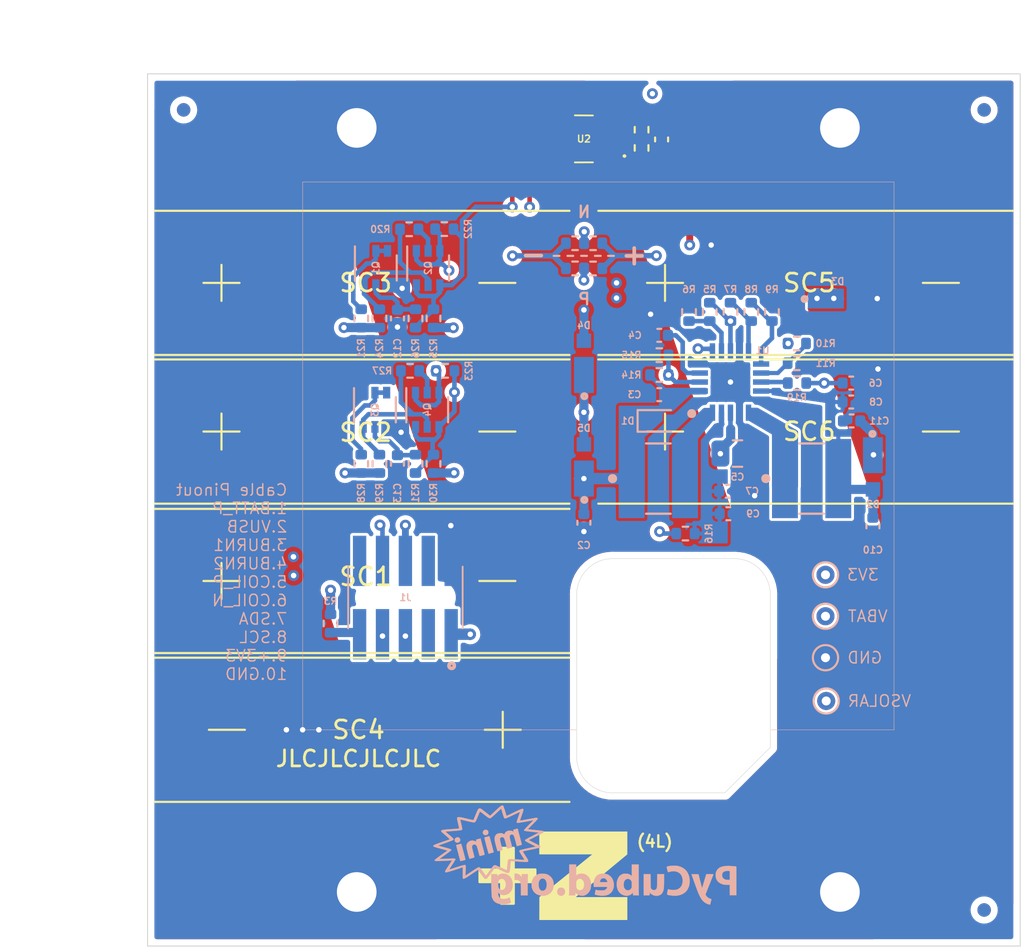
<source format=kicad_pcb>
(kicad_pcb (version 20211014) (generator pcbnew)
  (layers (0 "F.Cu" signal "Top") (1 "In1.Cu" signal) (2 "In2.Cu" signal) (31 "B.Cu" signal "Bottom") (34 "B.Paste" user) (35 "F.Paste" user) (36 "B.SilkS" user "B.Silkscreen") (37 "F.SilkS" user "F.Silkscreen") (38 "B.Mask" user) (39 "F.Mask" user) (44 "Edge.Cuts" user))
  (net 0 "")
  (net 1 "GND")
  (net 2 "+3V3")
  (net 3 "Net-(C7-Pad1)")
  (net 4 "Net-(L1-Pad2)")
  (net 5 "VOUT_EN")
  (net 6 "VSOLAR")
  (net 7 "VBAT_OK")
  (net 8 "VUSB")
  (net 9 "BATT_P")
  (net 10 "COIL_N")
  (net 11 "COIL_P")
  (net 12 "Net-(C4-Pad1)")
  (net 13 "Net-(C10-Pad1)")
  (net 14 "Net-(L2-Pad1)")
  (net 15 "Net-(R10-Pad2)")
  (net 16 "Net-(R5-Pad1)")
  (net 17 "Net-(R7-Pad1)")
  (net 18 "Net-(R8-Pad1)")
  (net 19 "Net-(R10-Pad1)")
  (net 20 "Net-(R14-Pad1)")
  (net 21 "Net-(C12-Pad1)")
  (net 22 "/coil")
  (net 23 "/VSOLAR_FULL")
  (net 24 "BURN1")
  (net 25 "Net-(C13-Pad1)")
  (net 26 "Net-(D3-Pad1)")
  (net 27 "SDA2")
  (net 28 "SCL2")
  (net 29 "BURN2")
  (net 30 "Net-(Q1-Pad2)")
  (net 31 "Net-(Q1-Pad6)")
  (net 32 "Net-(Q2-Pad2)")
  (net 33 "SCL_LS")
  (net 34 "Net-(Q3-Pad2)")
  (net 35 "Net-(Q3-Pad6)")
  (net 36 "Net-(Q4-Pad2)")
  (net 37 "SDA_LS")
  (net 38 "Net-(R1-Pad1)")
  (net 40 "VBAT")
  (footprint "solarpanels:KXOB25-05X3F" (layer "F.Cu") (at 83.9 70.440982)
    (fp_text reference "SC1")
    (fp_text value "SolarCell_Small")
  )
  (footprint "solarpanels:KXOB25-05X3F" (layer "F.Cu") (at 83.9 62.149995)
    (fp_text reference "SC2")
    (fp_text value "SolarCell_Small")
  )
  (footprint "solarpanels:KXOB25-05X3F" (layer "F.Cu") (at 83.9 53.9)
    (fp_text reference "SC3")
    (fp_text value "SolarCell_Small")
  )
  (footprint "solarpanels:KXOB25-05X3F" (layer "F.Cu") (at 108.5 53.9)
    (fp_text reference "SC5")
    (fp_text value "SolarCell_Small")
  )
  (footprint "solarpanels:KXOB25-05X3F" (layer "F.Cu") (at 108.5 62.149996)
    (fp_text reference "SC6")
    (fp_text value "SolarCell_Small")
  )
  (footprint "Capacitor_SMD:C_0402_1005Metric" (layer "F.Cu") (at 111.01 45.94 -90)
    (fp_text reference "C1" hide)
    (fp_text value "1uF")
  )
  (footprint "Resistor_SMD:R_0402_1005Metric" (layer "F.Cu") (at 109.9 46.41 -90)
    (fp_text reference "R1" hide)
    (fp_text value "0")
  )
  (footprint "solarpanels:TSL2561" (layer "F.Cu") (at 106.7 45.91 180)
    (fp_text reference "U2")
    (fp_text value "TSL2561" hide)
  )
  (footprint "Resistor_SMD:R_0402_1005Metric" (layer "F.Cu") (at 109.9 45.4 -90)
    (fp_text reference "R2" hide)
    (fp_text value "0")
  )
  (footprint "Fiducial:Fiducial_0.75mm_Mask1.5mm" (layer "F.Cu") (at 128.9 88.7)
    (fp_text reference "REF**" hide)
    (fp_text value "Fiducial_0.75mm_Mask1.5mm")
  )
  (footprint "Fiducial:Fiducial_0.75mm_Mask1.5mm" (layer "F.Cu") (at 84.5 44.3)
    (fp_text reference "REF**" hide)
    (fp_text value "Fiducial_0.75mm_Mask1.5mm")
  )
  (footprint "Fiducial:Fiducial_0.75mm_Mask1.5mm" (layer "F.Cu") (at 128.9 44.3)
    (fp_text reference "REF**" hide)
    (fp_text value "Fiducial_0.75mm_Mask1.5mm")
  )
  (footprint "custom-footprints:ypanel" (layer "F.Cu") (at 106.010401 86.552858)
    (fp_text reference "Ref**" hide)
    (fp_text value "Val**" hide)
  )
  (footprint "solarpanels:KXOB25-05X3F" (layer "F.Cu") (at 104.9 78.7 180)
    (fp_text reference "SC4")
    (fp_text value "SolarCell_Small")
  )
  (footprint "Capacitor_SMD:C_0805_2012Metric" (layer "B.Cu") (at 115.22 63.37)
    (fp_text reference "C5")
    (fp_text value "100uF")
  )
  (footprint "Capacitor_SMD:C_0402_1005Metric" (layer "B.Cu") (at 114.71189 66.71)
    (fp_text reference "C9")
    (fp_text value "0.1uF")
  )
  (footprint "Capacitor_SMD:C_0402_1005Metric" (layer "B.Cu") (at 121.52924 60.51)
    (fp_text reference "C8")
    (fp_text value "22uF")
  )
  (footprint "Capacitor_SMD:C_0402_1005Metric" (layer "B.Cu") (at 121.52924 59.46)
    (fp_text reference "C6")
    (fp_text value "1uF")
  )
  (footprint "Capacitor_SMD:C_0402_1005Metric" (layer "B.Cu") (at 110.88079 56.81 180)
    (fp_text reference "C4")
    (fp_text value "10nF")
  )
  (footprint "solarpanels:LPS4018" (layer "B.Cu") (at 119.33079 64.76)
    (fp_text reference "L2" hide)
    (fp_text value "10uH-LPS4018-103MR" hide)
  )
  (footprint "Resistor_SMD:R_0402_1005Metric" (layer "B.Cu") (at 110.88079 57.91)
    (fp_text reference "R15")
    (fp_text value "0")
  )
  (footprint "Resistor_SMD:R_0402_1005Metric" (layer "B.Cu") (at 117.13079 55.51 -90)
    (fp_text reference "R9")
    (fp_text value "4.53M")
  )
  (footprint "Resistor_SMD:R_0402_1005Metric" (layer "B.Cu") (at 118.51034 58.358556 180)
    (fp_text reference "R11")
    (fp_text value "4.75M")
  )
  (footprint "Resistor_SMD:R_0402_1005Metric" (layer "B.Cu") (at 114.83079 55.51 -90)
    (fp_text reference "R7")
    (fp_text value "374K")
  )
  (footprint "Resistor_SMD:R_0402_1005Metric" (layer "B.Cu") (at 118.52034 59.458556)
    (fp_text reference "R19")
    (fp_text value "0")
  )
  (footprint "Resistor_SMD:R_0402_1005Metric" (layer "B.Cu") (at 115.98079 55.51 -90)
    (fp_text reference "R8")
    (fp_text value "8.25M")
  )
  (footprint "Resistor_SMD:R_0402_1005Metric" (layer "B.Cu") (at 110.88079 59.01 180)
    (fp_text reference "R14")
    (fp_text value "0")
  )
  (footprint "Resistor_SMD:R_0402_1005Metric" (layer "B.Cu") (at 118.51034 57.258556 180)
    (fp_text reference "R10")
    (fp_text value "8.25M")
  )
  (footprint "solarpanels:QFN50P350X350X100-21N-D" (layer "B.Cu") (at 114.830005 59.402156)
    (fp_text reference "U1")
    (fp_text value "BQ25570RGRR" hide)
  )
  (footprint "solarpanels:LPS4018" (layer "B.Cu") (at 110.82924 64.76)
    (fp_text reference "L1" hide)
    (fp_text value "22uH-LPS4018-223MR" hide)
  )
  (footprint "Resistor_SMD:R_0402_1005Metric" (layer "B.Cu") (at 112.33079 67.81 180)
    (fp_text reference "R16")
    (fp_text value "0")
  )
  (footprint "Resistor_SMD:R_0402_1005Metric" (layer "B.Cu") (at 113.68079 55.51 90)
    (fp_text reference "R5")
    (fp_text value "7.32M")
  )
  (footprint "Capacitor_SMD:C_0402_1005Metric" (layer "B.Cu") (at 114.68079 65.46)
    (fp_text reference "C7")
    (fp_text value "4.7uF")
  )
  (footprint "solarpanels:MICROSMP" (layer "B.Cu") (at 122.73079 64.11 -90)
    (fp_text reference "D2")
    (fp_text value "MSS1P4-M3_89A" hide)
  )
  (footprint "Resistor_SMD:R_0402_1005Metric" (layer "B.Cu") (at 112.53079 55.51 -90)
    (fp_text reference "R6")
    (fp_text value "5.62M")
  )
  (footprint "Capacitor_SMD:C_0402_1005Metric" (layer "B.Cu") (at 106.7 67.21 -90)
    (fp_text reference "C2")
    (fp_text value "0.1uF")
  )
  (footprint "Capacitor_SMD:C_0402_1005Metric" (layer "B.Cu") (at 110.88079 60.1007 180)
    (fp_text reference "C3")
    (fp_text value "4.7uF")
  )
  (footprint "TestPoint:TestPoint_THTPad_D1.0mm_Drill0.5mm" (layer "B.Cu") (at 120.1 74.7 180)
    (fp_text reference "TP2" hide)
    (fp_text value "TP")
  )
  (footprint "TestPoint:TestPoint_THTPad_D1.0mm_Drill0.5mm" (layer "B.Cu") (at 120.1 70.1)
    (fp_text reference "TP3" hide)
    (fp_text value "TP")
  )
  (footprint "TestPoint:TestPoint_THTPad_D1.0mm_Drill0.5mm" (layer "B.Cu") (at 120.1 72.4)
    (fp_text reference "TP4" hide)
    (fp_text value "TP")
  )
  (footprint "TestPoint:TestPoint_THTPad_D1.0mm_Drill0.5mm" (layer "B.Cu") (at 120.14 77.1 180)
    (fp_text reference "TP1" hide)
    (fp_text value "TP")
  )
  (footprint "Resistor_SMD:R_0402_1005Metric" (layer "B.Cu") (at 106.21 51.7)
    (fp_text reference "R18" hide)
    (fp_text value "0")
  )
  (footprint "Resistor_SMD:R_0402_1005Metric" (layer "B.Cu") (at 107.21 51.7)
    (fp_text reference "R17" hide)
    (fp_text value "0")
  )
  (footprint "Resistor_SMD:R_0402_1005Metric" (layer "B.Cu") (at 107.21 53.1)
    (fp_text reference "R12" hide)
    (fp_text value "0")
  )
  (footprint "Resistor_SMD:R_0402_1005Metric" (layer "B.Cu") (at 106.21 53.097)
    (fp_text reference "R13" hide)
    (fp_text value "0")
  )
  (footprint "Fiducial:Fiducial_0.75mm_Mask1.5mm" (layer "B.Cu") (at 128.9 44.3)
    (fp_text reference "REF**" hide)
    (fp_text value "Fiducial_0.75mm_Mask1.5mm")
  )
  (footprint "Fiducial:Fiducial_0.75mm_Mask1.5mm" (layer "B.Cu") (at 84.5 44.3)
    (fp_text reference "REF**" hide)
    (fp_text value "Fiducial_0.75mm_Mask1.5mm")
  )
  (footprint "Fiducial:Fiducial_0.75mm_Mask1.5mm" (layer "B.Cu") (at 128.9 88.7)
    (fp_text reference "REF**" hide)
    (fp_text value "Fiducial_0.75mm_Mask1.5mm")
  )
  (footprint "Diode_SMD:D_SOD-523" (layer "B.Cu") (at 110.82924 61.56)
    (fp_text reference "D1")
    (fp_text value "SZMM5Z5V1T1G")
  )
  (footprint "Resistor_SMD:R_0402_1005Metric" (layer "B.Cu") (at 94.35 55.873911 90)
    (fp_text reference "R21")
    (fp_text value "100K")
  )
  (footprint "Resistor_SMD:R_0402_1005Metric" (layer "B.Cu") (at 97.06 58.78 180)
    (fp_text reference "R27")
    (fp_text value "680")
  )
  (footprint "solarpanels:MICROSMP" (layer "B.Cu") (at 106.7 64.11 90)
    (fp_text reference "D5")
    (fp_text value "MSS1P4-M3_89A" hide)
  )
  (footprint "solarpanels:MICROSMP" (layer "B.Cu") (at 120.77 54.77)
    (fp_text reference "D3")
    (fp_text value "MSS1P4-M3_89A" hide)
  )
  (footprint "Capacitor_SMD:C_0402_1005Metric" (layer "B.Cu") (at 121.54924 61.56 180)
    (fp_text reference "C11")
    (fp_text value "0.1uF")
  )
  (footprint "Resistor_SMD:R_0402_1005Metric" (layer "B.Cu") (at 97.01 50.923911 180)
    (fp_text reference "R20")
    (fp_text value "680")
  )
  (footprint "MountingHole:MountingHole_2.2mm_M2_DIN965_Pad" (layer "B.Cu") (at 94.1 45.300011 180)
    (fp_text reference "H2" hide)
    (fp_text value "MountingHole")
  )
  (footprint "custom-footprints:pycubed_mini_logo" (layer "B.Cu") (at 99.958009 85.133348 180)
    (fp_text reference "Ref**" hide)
    (fp_text value "Val**" hide)
  )
  (footprint "Resistor_SMD:R_0402_1005Metric" (layer "B.Cu") (at 99.01 58.78 180)
    (fp_text reference "R23")
    (fp_text value "0")
  )
  (footprint "Capacitor_SMD:C_0402_1005Metric" (layer "B.Cu") (at 96.36 55.873911 -90)
    (fp_text reference "C12")
    (fp_text value "10nF")
  )
  (footprint "Resistor_SMD:R_0402_1005Metric" (layer "B.Cu") (at 94.35 63.94 90)
    (fp_text reference "R28")
    (fp_text value "100K")
  )
  (footprint "Resistor_SMD:R_0402_1005Metric" (layer "B.Cu") (at 98.96 50.913911 180)
    (fp_text reference "R22")
    (fp_text value "0")
  )
  (footprint "Resistor_SMD:R_0402_1005Metric" (layer "B.Cu") (at 95.36 55.873911 90)
    (fp_text reference "R24")
    (fp_text value "10K")
  )
  (footprint "Resistor_SMD:R_0402_1005Metric" (layer "B.Cu") (at 97.36 63.94 90)
    (fp_text reference "R31")
    (fp_text value "200K")
  )
  (footprint "Resistor_SMD:R_0402_1005Metric" (layer "B.Cu") (at 98.36 55.873911 90)
    (fp_text reference "R25")
    (fp_text value "10K")
  )
  (footprint "Package_TO_SOT_SMD:SOT-363_SC-70-6" (layer "B.Cu") (at 95.11 60.94 -90)
    (fp_text reference "Q3")
    (fp_text value "BSS138DWQ-7")
  )
  (footprint "MountingHole:MountingHole_2.2mm_M2_DIN965_Pad" (layer "B.Cu") (at 120.9 87.7 180)
    (fp_text reference "H4" hide)
    (fp_text value "MountingHole")
  )
  (footprint "Resistor_SMD:R_0402_1005Metric" (layer "B.Cu") (at 97.36 55.873911 90)
    (fp_text reference "R26")
    (fp_text value "200K")
  )
  (footprint "MountingHole:MountingHole_2.2mm_M2_DIN965_Pad" (layer "B.Cu") (at 94.1 87.7 180)
    (fp_text reference "H3" hide)
    (fp_text value "MountingHole")
  )
  (footprint "Package_TO_SOT_SMD:SOT-363_SC-70-6" (layer "B.Cu") (at 98.06 53.073911 -90)
    (fp_text reference "Q2")
    (fp_text value "MBT2222ADW1T1")
  )
  (footprint "Resistor_SMD:R_0402_1005Metric" (layer "B.Cu") (at 98.36 63.94 90)
    (fp_text reference "R30")
    (fp_text value "10K")
  )
  (footprint "Package_TO_SOT_SMD:SOT-363_SC-70-6" (layer "B.Cu") (at 95.16 53.073911 -90)
    (fp_text reference "Q1")
    (fp_text value "BSS138DWQ-7")
  )
  (footprint "Resistor_SMD:R_0402_1005Metric" (layer "B.Cu") (at 92.65 72.8 90)
    (fp_text reference "R3")
    (fp_text value "0")
  )
  (footprint "Package_TO_SOT_SMD:SOT-363_SC-70-6" (layer "B.Cu") (at 98.01 60.94 -90)
    (fp_text reference "Q4")
    (fp_text value "MBT2222ADW1T1")
  )
  (footprint "Capacitor_SMD:C_0402_1005Metric" (layer "B.Cu") (at 96.36 63.94 -90)
    (fp_text reference "C13")
    (fp_text value "10nF")
  )
  (footprint "MountingHole:MountingHole_2.2mm_M2_DIN965_Pad" (layer "B.Cu") (at 120.9 45.300011 180)
    (fp_text reference "H1" hide)
    (fp_text value "MountingHole")
  )
  (footprint "Resistor_SMD:R_0402_1005Metric" (layer "B.Cu") (at 95.36 63.94 90)
    (fp_text reference "R29")
    (fp_text value "10K")
  )
  (footprint "Capacitor_SMD:C_0402_1005Metric" (layer "B.Cu") (at 122.73079 67.41 -90)
    (fp_text reference "C10")
    (fp_text value "0.1uF")
  )
  (footprint "batteryboard:FTS-105-XX-YY-DV-A" (layer "B.Cu") (at 96.8 71.36 180)
    (fp_text reference "J1")
    (fp_text value "FTS-105-01-L-DV-A" hide)
  )
  (footprint "solarpanels:MICROSMP" (layer "B.Cu") (at 106.7 58.358556 90)
    (fp_text reference "D4")
    (fp_text value "MSS1P4-M3_89A" hide)
  )
  (gr_line (start 107.31325 52.4) (end 107.63075 52.4) (layer "B.SilkS") (width 0.12))
  (gr_line (start 106.86875 52.4) (end 106.55125 52.4) (layer "B.SilkS") (width 0.12))
  (gr_line (start 106.10675 52.4) (end 105.78925 52.4) (layer "B.SilkS") (width 0.12))
  (gr_line (start 108.361 52.4) (end 108.0435 52.4) (layer "B.SilkS") (width 0.12))
  (gr_line (start 105.02725 52.4) (end 105.34475 52.4) (layer "B.SilkS") (width 0.12))
  (gr_line (start 123.9 78.7) (end 117.1 78.7) (layer "B.SilkS") (width 0.0254))
  (gr_line (start 91.1 78.7) (end 106.275 78.7) (layer "B.SilkS") (width 0.0254))
  (gr_line (start 123.9 48.3) (end 91.1 48.3) (layer "B.SilkS") (width 0.0254))
  (gr_line (start 123.9 78.7) (end 123.9 48.3) (layer "B.SilkS") (width 0.0254))
  (gr_line (start 91.1 48.3) (end 91.1 78.7) (layer "B.SilkS") (width 0.0254))
  (gr_line (start 82.5 90.7) (end 82.5 42.3) (layer "Edge.Cuts") (width 0.05))
  (gr_line (start 82.5 42.3) (end 130.9 42.3) (layer "Edge.Cuts") (width 0.05))
  (gr_line (start 115.04 69.2) (end 108.3 69.2) (layer "Edge.Cuts") (width 0.0254))
  (gr_line (start 117.04 79.68) (end 117.04 71.2) (layer "Edge.Cuts") (width 0.0254))
  (gr_line (start 82.5 90.7) (end 130.9 90.7) (layer "Edge.Cuts") (width 0.05))
  (gr_arc (start 106.3 71.2) (mid 106.885786 69.785786) (end 108.3 69.2) (layer "Edge.Cuts") (width 0.0254))
  (gr_arc (start 115.04 69.2) (mid 116.454214 69.785786) (end 117.04 71.2) (layer "Edge.Cuts") (width 0.0254))
  (gr_arc (start 108.3 82.2) (mid 106.885786 81.614214) (end 106.3 80.2) (layer "Edge.Cuts") (width 0.0254))
  (gr_line (start 130.9 42.3) (end 130.9 90.7) (layer "Edge.Cuts") (width 0.05))
  (gr_line (start 106.3 71.2) (end 106.3 80.2) (layer "Edge.Cuts") (width 0.0254))
  (gr_line (start 108.3 82.2) (end 114.52 82.2) (layer "Edge.Cuts") (width 0.0254))
  (gr_line (start 114.52 82.2) (end 117.04 79.68) (layer "Edge.Cuts") (width 0.0254))
  (gr_text "GND" (at 123.3 74.7) (layer "B.SilkS") (effects (font (size 0.635 0.635) (thickness 0.0762)) (justify left mirror)))
  (gr_text "VSOLAR" (at 124.9 77.1) (layer "B.SilkS") (effects (font (size 0.635 0.635) (thickness 0.0762)) (justify left mirror)))
  (gr_text "VBAT" (at 123.6 72.4) (layer "B.SilkS") (effects (font (size 0.635 0.635) (thickness 0.0762)) (justify left mirror)))
  (gr_text "3V3" (at 123.1 70.1) (layer "B.SilkS") (effects (font (size 0.635 0.635) (thickness 0.0762)) (justify left mirror)))
  (gr_text "+" (at 109.41 52.4 90) (layer "B.SilkS") (effects (font (size 1.143 1.143) (thickness 0.2032)) (justify mirror)))
  (gr_text "P" (at 106.71 54.8) (layer "B.SilkS") (effects (font (size 0.635 0.635) (thickness 0.127)) (justify mirror)))
  (gr_text "N" (at 106.71 49.9 180) (layer "B.SilkS") (effects (font (size 0.635 0.635) (thickness 0.127)) (justify mirror)))
  (gr_text "-" (at 103.90225 52.3) (layer "B.SilkS") (effects (font (size 1.143 1.143) (thickness 0.2032)) (justify mirror)))
  (gr_text "Cable Pinout\n1.BATT_P\n2.VUSB\n3.BURN1\n4.BURN2\n5.COIL_P\n6.COIL_N\n7.SDA\n8.SCL\n9.+3V3\n10.GND" (at 90.3 70.5) (layer "B.SilkS") (effects (font (size 0.635 0.635) (thickness 0.0762)) (justify left mirror)))
  (gr_text "JLCJLCJLCJLC" (at 94.2 80.3) (layer "F.SilkS") (effects (font (size 0.889 0.889))))
  (gr_text "(4L)" (at 110.63 84.9) (layer "F.SilkS") (effects (font (size 0.635 0.635) (thickness 0.127))))
  (segment (start 113.76 51.8) (end 113.76 46.36) (width 0.381) (layer "F.Cu") (net 1))
  (segment (start 83.9 78.7) (end 89.5 78.7) (width 0.762) (layer "F.Cu") (net 1))
  (segment (start 89.5 78.7) (end 91.1 78.7) (width 0.762) (layer "F.Cu") (net 1))
  (segment (start 108.22 44.89) (end 108.15 44.96) (width 0.381) (layer "F.Cu") (net 1))
  (segment (start 110.44 44.89) (end 109.9 44.89) (width 0.381) (layer "F.Cu") (net 1))
  (segment (start 111.01 45.46) (end 110.44 44.89) (width 0.381) (layer "F.Cu") (net 1))
  (segment (start 112.29 44.89) (end 109.9 44.89) (width 0.381) (layer "F.Cu") (net 1))
  (segment (start 113.76 46.36) (end 112.29 44.89) (width 0.381) (layer "F.Cu") (net 1))
  (segment (start 90.2 78.7) (end 92 78.7) (width 0.762) (layer "F.Cu") (net 1))
  (segment (start 109.9 44.89) (end 108.22 44.89) (width 0.381) (layer "F.Cu") (net 1))
  (segment (start 89.5 78.7) (end 90.2 78.7) (width 0.762) (layer "F.Cu") (net 1))
  (via (at 116.17 65.71) (size 0.6) (drill 0.3) (layers "F.Cu" "B.Cu") (net 1))
  (via (at 92 78.7) (size 0.6096) (drill 0.3048) (layers "F.Cu" "B.Cu") (net 1))
  (via (at 96.36 56.35) (size 0.6) (drill 0.3) (layers "F.Cu" "B.Cu") (net 1))
  (via (at 114.83 59.402156) (size 0.6) (drill 0.3) (layers "F.Cu" "B.Cu") (net 1))
  (via (at 106.7 67.7) (size 0.6) (drill 0.3) (layers "F.Cu" "B.Cu") (net 1))
  (via (at 96.62 54.2) (size 0.6) (drill 0.3) (layers "F.Cu" "B.Cu") (net 1))
  (via (at 90.2 78.7) (size 0.6096) (drill 0.3048) (layers "F.Cu" "B.Cu") (net 1))
  (via (at 113.76 51.8) (size 0.6) (drill 0.3) (layers "F.Cu" "B.Cu") (net 1))
  (via (at 96.56 62.19) (size 0.6) (drill 0.3) (layers "F.Cu" "B.Cu") (net 1))
  (via (at 123.01 58.68) (size 0.6) (drill 0.3) (layers "F.Cu" "B.Cu") (net 1))
  (via (at 122.97 54.77) (size 0.6) (drill 0.3) (layers "F.Cu" "B.Cu") (net 1))
  (via (at 110.4 55.64) (size 0.6) (drill 0.3) (layers "F.Cu" "B.Cu") (net 1))
  (via (at 99.32 67.37) (size 0.6096) (drill 0.3048) (layers "F.Cu" "B.Cu") (net 1))
  (via (at 91.1 78.7) (size 0.6) (drill 0.3) (layers "F.Cu" "B.Cu") (net 1))
  (segment (start 113.13 60.402156) (end 113.159401 60.372755) (width 0.254) (layer "B.Cu") (net 1))
  (segment (start 116.500599 60.372755) (end 116.53 60.402156) (width 0.254) (layer "B.Cu") (net 1))
  (segment (start 115.801089 60.373245) (end 114.83 59.402156) (width 0.254) (layer "B.Cu") (net 1))
  (segment (start 115.33 61.102156) (end 115.33 59.902156) (width 0.3048) (layer "B.Cu") (net 1))
  (segment (start 121.06924 61.52) (end 122.00924 60.58) (width 0.3048) (layer "B.Cu") (net 1))
  (segment (start 113.858911 59.673245) (end 114.13 59.402156) (width 0.254) (layer "B.Cu") (net 1))
  (segment (start 113.858911 60.373245) (end 113.858911 59.673245) (width 0.254) (layer "B.Cu") (net 1))
  (segment (start 115.33 57.702156) (end 115.33 58.902156) (width 0.3048) (layer "B.Cu") (net 1))
  (segment (start 113.158911 60.373245) (end 113.858911 60.373245) (width 0.254) (layer "B.Cu") (net 1))
  (segment (start 116.501089 60.373245) (end 115.801089 60.373245) (width 0.254) (layer "B.Cu") (net 1))
  (segment (start 112.57 51.8) (end 112.57 48.11) (width 0.381) (layer "F.Cu") (net 2))
  (segment (start 111.01 46.42) (end 110.51 46.92) (width 0.381) (layer "F.Cu") (net 2))
  (segment (start 111.38 46.92) (end 108.21 46.92) (width 0.381) (layer "F.Cu") (net 2))
  (segment (start 110.51 46.92) (end 109.9 46.92) (width 0.381) (layer "F.Cu") (net 2))
  (segment (start 112.57 48.11) (end 111.38 46.92) (width 0.381) (layer "F.Cu") (net 2))
  (segment (start 108.21 46.92) (end 108.15 46.86) (width 0.381) (layer "F.Cu") (net 2))
  (via (at 99.46 56.39) (size 0.6) (drill 0.3) (layers "F.Cu" "B.Cu") (net 2))
  (via (at 112.57 51.8) (size 0.6) (drill 0.3) (layers "F.Cu" "B.Cu") (net 2))
  (via (at 100.4 73.4) (size 0.6096) (drill 0.3048) (layers "F.Cu" "B.Cu") (net 2))
  (via (at 93.45 64.45) (size 0.6) (drill 0.3) (layers "F.Cu" "B.Cu") (net 2))
  (via (at 122.76 63.44) (size 0.6096) (drill 0.3048) (layers "F.Cu" "B.Cu") (net 2))
  (via (at 99.5 64.44) (size 0.6) (drill 0.3) (layers "F.Cu" "B.Cu") (net 2))
  (via (at 93.39 56.38) (size 0.6) (drill 0.3) (layers "F.Cu" "B.Cu") (net 2))
  (segment (start 93.39 56.38) (end 94.346089 56.38) (width 0.508) (layer "B.Cu") (net 2))
  (segment (start 99.5 64.44) (end 99.49 64.45) (width 0.508) (layer "B.Cu") (net 2))
  (segment (start 93.45 64.45) (end 94.35 64.45) (width 0.508) (layer "B.Cu") (net 2))
  (segment (start 100.4 73.4) (end 100.395 73.395) (width 0.635) (layer "B.Cu") (net 2))
  (segment (start 122.73079 63.46) (end 122.73079 62.26155) (width 0.508) (layer "B.Cu") (net 2))
  (segment (start 122.73079 62.26155) (end 122.02924 61.56) (width 0.508) (layer "B.Cu") (net 2))
  (segment (start 99.453911 56.383911) (end 98.36 56.383911) (width 0.508) (layer "B.Cu") (net 2))
  (segment (start 99.46 56.39) (end 99.453911 56.383911) (width 0.508) (layer "B.Cu") (net 2))
  (segment (start 95.36 56.383911) (end 94.35 56.383911) (width 0.508) (layer "B.Cu") (net 2))
  (segment (start 99.49 64.45) (end 98.36 64.45) (width 0.508) (layer "B.Cu") (net 2))
  (segment (start 100.395 73.395) (end 99.34 73.395) (width 0.635) (layer "B.Cu") (net 2))
  (segment (start 95.36 64.45) (end 94.35 64.45) (width 0.508) (layer "B.Cu") (net 2))
  (segment (start 114.33 61.68) (end 114.34 61.69) (width 0.29972) (layer "B.Cu") (net 3))
  (segment (start 114.33 61.102156) (end 114.33 61.68) (width 0.29972) (layer "B.Cu") (net 3))
  (via (at 120.02924 59.46) (size 0.6096) (drill 0.3048) (layers "F.Cu" "B.Cu") (net 5))
  (via (at 113.02924 57.56) (size 0.6096) (drill 0.3048) (layers "F.Cu" "B.Cu") (net 5))
  (segment (start 120.02924 59.46) (end 121.04924 59.46) (width 0.254) (layer "B.Cu") (net 5))
  (segment (start 113.687849 57.56) (end 113.02924 57.56) (width 0.254) (layer "B.Cu") (net 5))
  (segment (start 113.830005 57.702156) (end 113.687849 57.56) (width 0.254) (layer "B.Cu") (net 5))
  (segment (start 120.02924 59.46) (end 119.031784 59.46) (width 0.254) (layer "B.Cu") (net 5))
  (via (at 106.7 64.76) (size 0.6) (drill 0.3) (layers "F.Cu" "B.Cu") (net 6))
  (segment (start 111.36079 60.03079) (end 110.37079 59.04079) (width 0.254) (layer "B.Cu") (net 6))
  (segment (start 109.34969 64.76) (end 106.7 64.76) (width 0.635) (layer "B.Cu") (net 6))
  (segment (start 106.7 64.76) (end 106.7 66.68) (width 0.508) (layer "B.Cu") (net 6))
  (segment (start 116.530005 59.402156) (end 117.95394 59.402156) (width 0.254) (layer "B.Cu") (net 7))
  (segment (start 92.7 73.3) (end 94.165 73.3) (width 0.508) (layer "B.Cu") (net 9))
  (via (at 96.8 67.35) (size 0.6096) (drill 0.3048) (layers "F.Cu" "B.Cu") (net 10))
  (via (at 106.72 51.06) (size 0.6) (drill 0.3) (layers "F.Cu" "B.Cu") (net 10))
  (segment (start 106.72 51.7) (end 106.72 51.06) (width 0.381) (layer "B.Cu") (net 10))
  (segment (start 96.8 67.35) (end 96.8 69.725) (width 0.381) (layer "B.Cu") (net 10))
  (via (at 106.7 53.75) (size 0.6) (drill 0.3) (layers "F.Cu" "B.Cu") (net 11))
  (via (at 96.8 73.5) (size 0.6096) (drill 0.3048) (layers "F.Cu" "B.Cu") (net 11))
  (segment (start 106.7 53.1) (end 106.7 53.75) (width 0.381) (layer "B.Cu") (net 11))
  (segment (start 112.18 58.656151) (end 112.18 57.19) (width 0.254) (layer "B.Cu") (net 12))
  (segment (start 111.8 56.81) (end 111.36079 56.81) (width 0.254) (layer "B.Cu") (net 12))
  (segment (start 113.130005 58.902156) (end 112.426005 58.902156) (width 0.254) (layer "B.Cu") (net 12))
  (segment (start 112.426005 58.902156) (end 112.18 58.656151) (width 0.254) (layer "B.Cu") (net 12))
  (segment (start 112.18 57.19) (end 111.8 56.81) (width 0.254) (layer "B.Cu") (net 12))
  (segment (start 122.73079 66.93) (end 122.73079 65.36) (width 0.508) (layer "B.Cu") (net 13))
  (segment (start 122.73079 65.36) (end 121.41034 65.36) (width 0.508) (layer "B.Cu") (net 13))
  (segment (start 121.41034 65.36) (end 120.81034 64.76) (width 0.508) (layer "B.Cu") (net 13))
  (via (at 114.83079 56.02) (size 0.6096) (drill 0.3048) (layers "F.Cu" "B.Cu") (net 15))
  (via (at 118.02924 57.26) (size 0.6096) (drill 0.3048) (layers "F.Cu" "B.Cu") (net 15))
  (segment (start 114.830005 57.702156) (end 114.830005 56.020785) (width 0.254) (layer "B.Cu") (net 15))
  (segment (start 114.79 56.02) (end 113.77 55) (width 0.254) (layer "B.Cu") (net 15))
  (segment (start 113.68079 56.02) (end 112.53079 56.02) (width 0.254) (layer "B.Cu") (net 16))
  (segment (start 114.330005 57.702156) (end 114.330005 56.669215) (width 0.254) (layer "B.Cu") (net 16))
  (segment (start 114.330005 56.669215) (end 113.68079 56.02) (width 0.254) (layer "B.Cu") (net 16))
  (segment (start 115.830005 56.170785) (end 115.98079 56.02) (width 0.254) (layer "B.Cu") (net 17))
  (segment (start 115.94 56.02) (end 114.92 55) (width 0.254) (layer "B.Cu") (net 17))
  (segment (start 115.830005 57.702156) (end 115.830005 56.170785) (width 0.254) (layer "B.Cu") (net 17))
  (segment (start 116.530005 57.569995) (end 117.13079 56.96921) (width 0.254) (layer "B.Cu") (net 18))
  (segment (start 116.530005 58.402156) (end 116.530005 57.569995) (width 0.254) (layer "B.Cu") (net 18))
  (segment (start 117.13079 56.96921) (end 117.13079 56.02) (width 0.254) (layer "B.Cu") (net 18))
  (segment (start 117.05 56.02) (end 116.03 55) (width 0.254) (layer "B.Cu") (net 18))
  (segment (start 117.45674 58.902156) (end 116.53 58.902156) (width 0.2286) (layer "B.Cu") (net 19))
  (segment (start 119.02034 57.338556) (end 117.45674 58.902156) (width 0.2286) (layer "B.Cu") (net 19))
  (via (at 110.9 67.7) (size 0.6) (drill 0.3) (layers "F.Cu" "B.Cu") (net 20))
  (via (at 111.39079 59.01) (size 0.6096) (drill 0.3048) (layers "F.Cu" "B.Cu") (net 20))
  (segment (start 111.782946 59.402156) (end 111.39079 59.01) (width 0.254) (layer "B.Cu") (net 20))
  (segment (start 113.130005 59.402156) (end 111.782946 59.402156) (width 0.254) (layer "B.Cu") (net 20))
  (segment (start 110.9 67.7) (end 111.01 67.81) (width 0.254) (layer "B.Cu") (net 20))
  (segment (start 111.01 67.81) (end 111.82079 67.81) (width 0.254) (layer "B.Cu") (net 20))
  (segment (start 111.39079 57.91) (end 111.39079 59.01) (width 0.254) (layer "B.Cu") (net 20))
  (segment (start 96.36 54.97) (end 96.36 55.393911) (width 0.254) (layer "B.Cu") (net 21))
  (segment (start 95.41 54.72) (end 96.11 54.72) (width 0.254) (layer "B.Cu") (net 21))
  (segment (start 97.36 55.363911) (end 96.39 55.363911) (width 0.254) (layer "B.Cu") (net 21))
  (segment (start 95.16 54.47) (end 95.41 54.72) (width 0.254) (layer "B.Cu") (net 21))
  (segment (start 95.16 54.023911) (end 95.16 54.47) (width 0.254) (layer "B.Cu") (net 21))
  (segment (start 96.11 54.72) (end 96.36 54.97) (width 0.254) (layer "B.Cu") (net 21))
  (via (at 110.72 52.39) (size 0.6) (drill 0.3) (layers "F.Cu" "B.Cu") (net 22))
  (via (at 102.74 52.4) (size 0.6) (drill 0.3) (layers "F.Cu" "B.Cu") (net 22))
  (via (at 110.5 43.4) (size 0.6) (drill 0.3) (layers "F.Cu" "B.Cu") (net 22))
  (segment (start 107.72 51.7) (end 108.41 52.39) (width 0.3048) (layer "B.Cu") (net 22))
  (segment (start 102.74 52.4) (end 105.05 52.4) (width 0.3048) (layer "B.Cu") (net 22))
  (segment (start 108.41 52.39) (end 108.9 52.39) (width 0.3048) (layer "B.Cu") (net 22))
  (segment (start 108.43 52.39) (end 107.72 53.1) (width 0.3048) (layer "B.Cu") (net 22))
  (segment (start 108.9 52.39) (end 110.72 52.39) (width 0.3048) (layer "B.Cu") (net 22))
  (segment (start 105.7 51.7) (end 105.02 52.38) (width 0.3048) (layer "B.Cu") (net 22))
  (segment (start 108.9 52.39) (end 108.43 52.39) (width 0.254) (layer "B.Cu") (net 22))
  (segment (start 105.7 53.097) (end 105.02 52.417) (width 0.3048) (layer "B.Cu") (net 22))
  (via (at 90.59 69.1) (size 0.6096) (drill 0.3048) (layers "F.Cu" "B.Cu") (net 23))
  (via (at 106.7 61.08) (size 0.6) (drill 0.3) (layers "F.Cu" "B.Cu") (net 23))
  (via (at 90.6 70.14) (size 0.6096) (drill 0.3048) (layers "F.Cu" "B.Cu") (net 23))
  (segment (start 106.7 61.08) (end 106.7 62.86) (width 0.508) (layer "B.Cu") (net 23))
  (segment (start 106.7 61.08) (end 106.7 59.008556) (width 0.508) (layer "B.Cu") (net 23))
  (segment (start 95.36 62.686089) (end 95.91 62.686089) (width 0.254) (layer "B.Cu") (net 25))
  (segment (start 96.36 63.46) (end 97.33 63.46) (width 0.254) (layer "B.Cu") (net 25))
  (segment (start 96.36 63.136089) (end 96.36 63.46) (width 0.254) (layer "B.Cu") (net 25))
  (segment (start 95.11 62.436089) (end 95.36 62.686089) (width 0.254) (layer "B.Cu") (net 25))
  (segment (start 95.11 61.89) (end 95.11 62.436089) (width 0.254) (layer "B.Cu") (net 25))
  (segment (start 95.91 62.686089) (end 96.36 63.136089) (width 0.254) (layer "B.Cu") (net 25))
  (via (at 120.56 54.76) (size 0.6) (drill 0.3) (layers "F.Cu" "B.Cu") (net 26))
  (via (at 108.51 53.9) (size 0.6) (drill 0.3) (layers "F.Cu" "B.Cu") (net 26))
  (via (at 108.51 54.74) (size 0.6) (drill 0.3) (layers "F.Cu" "B.Cu") (net 26))
  (via (at 119.63 54.76) (size 0.6) (drill 0.3) (layers "F.Cu" "B.Cu") (net 26))
  (via (at 106.7 55.4) (size 0.6096) (drill 0.3048) (layers "F.Cu" "B.Cu") (net 26))
  (segment (start 106.7 57.108556) (end 106.7 55.4) (width 0.508) (layer "B.Cu") (net 26))
  (via (at 98.5 58.78) (size 0.6) (drill 0.3) (layers "F.Cu" "B.Cu") (net 27))
  (via (at 95.53 73.5) (size 0.6096) (drill 0.3048) (layers "F.Cu" "B.Cu") (net 27))
  (segment (start 98.66 60.486089) (end 98.46 60.686089) (width 0.254) (layer "B.Cu") (net 27))
  (segment (start 97.36 60.386089) (end 97.36 59.99) (width 0.254) (layer "B.Cu") (net 27))
  (segment (start 98.66 58.94) (end 98.5 58.78) (width 0.254) (layer "B.Cu") (net 27))
  (segment (start 97.66 60.686089) (end 97.36 60.386089) (width 0.254) (layer "B.Cu") (net 27))
  (segment (start 98.66 59.99) (end 98.66 60.486089) (width 0.254) (layer "B.Cu") (net 27))
  (segment (start 98.66 59.99) (end 98.66 58.94) (width 0.254) (layer "B.Cu") (net 27))
  (segment (start 98.46 60.686089) (end 97.66 60.686089) (width 0.254) (layer "B.Cu") (net 27))
  (via (at 95.39 67.34) (size 0.6096) (drill 0.3048) (layers "F.Cu" "B.Cu") (net 28))
  (via (at 99.22 53.21) (size 0.6) (drill 0.3) (layers "F.Cu" "B.Cu") (net 28))
  (segment (start 95.53 67.48) (end 95.53 69.325) (width 0.254) (layer "B.Cu") (net 28))
  (segment (start 98.71 52.623911) (end 98.71 52.123911) (width 0.254) (layer "B.Cu") (net 28))
  (segment (start 95.39 67.34) (end 95.53 67.48) (width 0.254) (layer "B.Cu") (net 28))
  (segment (start 97.41 52.123911) (end 97.41 52.623911) (width 0.254) (layer "B.Cu") (net 28))
  (segment (start 98.71 51.173911) (end 98.45 50.913911) (width 0.254) (layer "B.Cu") (net 28))
  (segment (start 98.883911 52.873911) (end 98.243911 52.873911) (width 0.254) (layer "B.Cu") (net 28))
  (segment (start 98.71 52.123911) (end 98.71 51.173911) (width 0.254) (layer "B.Cu") (net 28))
  (segment (start 98.243911 52.873911) (end 98.46 52.873911) (width 0.254) (layer "B.Cu") (net 28))
  (segment (start 97.41 52.623911) (end 97.66 52.873911) (width 0.254) (layer "B.Cu") (net 28))
  (segment (start 98.46 52.873911) (end 98.71 52.623911) (width 0.254) (layer "B.Cu") (net 28))
  (segment (start 97.66 52.873911) (end 98.243911 52.873911) (width 0.254) (layer "B.Cu") (net 28))
  (segment (start 99.22 53.21) (end 98.883911 52.873911) (width 0.254) (layer "B.Cu") (net 28))
  (segment (start 93.91 54.923911) (end 94.35 55.363911) (width 0.254) (layer "B.Cu") (net 30))
  (segment (start 94.66 52.82) (end 93.91 53.57) (width 0.254) (layer "B.Cu") (net 30))
  (segment (start 93.91 53.57) (end 93.91 54.923911) (width 0.254) (layer "B.Cu") (net 30))
  (segment (start 95.16 52.123911) (end 95.81 52.123911) (width 0.254) (layer "B.Cu") (net 30))
  (segment (start 94.91 52.82) (end 94.66 52.82) (width 0.254) (layer "B.Cu") (net 30))
  (segment (start 95.16 52.57) (end 94.91 52.82) (width 0.254) (layer "B.Cu") (net 30))
  (segment (start 95.16 52.123911) (end 95.16 52.57) (width 0.254) (layer "B.Cu") (net 30))
  (segment (start 94.51 54.513911) (end 94.51 54.023911) (width 0.254) (layer "B.Cu") (net 31))
  (segment (start 94.903911 53.33) (end 97.35 53.33) (width 0.254) (layer "B.Cu") (net 31))
  (segment (start 96.5 52.75) (end 96.5 50.923911) (width 0.254) (layer "B.Cu") (net 31))
  (segment (start 95.36 55.363911) (end 94.51 54.513911) (width 0.254) (layer "B.Cu") (net 31))
  (segment (start 97.35 53.33) (end 97.7 53.33) (width 0.254) (layer "B.Cu") (net 31))
  (segment (start 98.06 53.69) (end 98.06 54.023911) (width 0.254) (layer "B.Cu") (net 31))
  (segment (start 97.08 53.33) (end 97.35 53.33) (width 0.254) (layer "B.Cu") (net 31))
  (segment (start 96.5 52.75) (end 97.08 53.33) (width 0.254) (layer "B.Cu") (net 31))
  (segment (start 94.51 54.023911) (end 94.51 53.723911) (width 0.254) (layer "B.Cu") (net 31))
  (segment (start 97.7 53.33) (end 98.06 53.69) (width 0.254) (layer "B.Cu") (net 31))
  (segment (start 94.51 53.723911) (end 94.903911 53.33) (width 0.254) (layer "B.Cu") (net 31))
  (segment (start 98.06 51.463911) (end 98.06 52.123911) (width 0.254) (layer "B.Cu") (net 32))
  (segment (start 97.52 50.923911) (end 98.06 51.463911) (width 0.254) (layer "B.Cu") (net 32))
  (segment (start 102.73 49.68) (end 102.73 46.3) (width 0.254) (layer "F.Cu") (net 33))
  (segment (start 102.73 46.3) (end 104.07 44.96) (width 0.254) (layer "F.Cu") (net 33))
  (segment (start 104.07 44.96) (end 105.25 44.96) (width 0.254) (layer "F.Cu") (net 33))
  (via (at 102.73 49.68) (size 0.6) (drill 0.3) (layers "F.Cu" "B.Cu") (net 33))
  (segment (start 97.581089 54.627822) (end 98.506089 54.627822) (width 0.254) (layer "B.Cu") (net 33))
  (segment (start 99.94 53.17) (end 99.94 50.443911) (width 0.254) (layer "B.Cu") (net 33))
  (segment (start 98.36 54.773911) (end 98.506089 54.627822) (width 0.254) (layer "B.Cu") (net 33))
  (segment (start 98.71 54.423911) (end 98.71 54.023911) (width 0.254) (layer "B.Cu") (net 33))
  (segment (start 99.47 50.913911) (end 99.94 51.383911) (width 0.254) (layer "B.Cu") (net 33))
  (segment (start 99.376089 54.023911) (end 98.71 54.023911) (width 0.254) (layer "B.Cu") (net 33))
  (segment (start 98.506089 54.627822) (end 98.71 54.423911) (width 0.254) (layer "B.Cu") (net 33))
  (segment (start 97.41 54.023911) (end 97.41 54.456733) (width 0.254) (layer "B.Cu") (net 33))
  (segment (start 97.36 56.363911) (end 98.36 55.363911) (width 0.254) (layer "B.Cu") (net 33))
  (segment (start 99.94 51.383911) (end 99.94 51.58) (width 0.254) (layer "B.Cu") (net 33))
  (segment (start 98.36 55.363911) (end 98.36 54.773911) (width 0.254) (layer "B.Cu") (net 33))
  (segment (start 99.94 53.46) (end 99.376089 54.023911) (width 0.254) (layer "B.Cu") (net 33))
  (segment (start 100.703911 49.68) (end 102.73 49.68) (width 0.254) (layer "B.Cu") (net 33))
  (segment (start 99.94 50.443911) (end 100.703911 49.68) (width 0.254) (layer "B.Cu") (net 33))
  (segment (start 97.41 54.456733) (end 97.581089 54.627822) (width 0.254) (layer "B.Cu") (net 33))
  (segment (start 99.94 53.17) (end 99.94 53.46) (width 0.254) (layer "B.Cu") (net 33))
  (segment (start 99.94 51.58) (end 99.94 53.17) (width 0.254) (layer "B.Cu") (net 33))
  (segment (start 94.55 60.7) (end 93.86 61.39) (width 0.254) (layer "B.Cu") (net 34))
  (segment (start 93.86 62.63) (end 94.34 63.11) (width 0.254) (layer "B.Cu") (net 34))
  (segment (start 93.86 61.39) (end 93.86 62.63) (width 0.254) (layer "B.Cu") (net 34))
  (segment (start 94.84 60.7) (end 94.55 60.7) (width 0.254) (layer "B.Cu") (net 34))
  (segment (start 95.11 59.99) (end 95.11 60.43) (width 0.254) (layer "B.Cu") (net 34))
  (segment (start 94.34 63.11) (end 94.34 63.43) (width 0.254) (layer "B.Cu") (net 34))
  (segment (start 95.76 59.99) (end 95.11 59.99) (width 0.254) (layer "B.Cu") (net 34))
  (segment (start 95.11 60.43) (end 94.84 60.7) (width 0.254) (layer "B.Cu") (net 34))
  (segment (start 97.76592 61.192009) (end 98.01 61.436089) (width 0.254) (layer "B.Cu") (net 35))
  (segment (start 95.36 63.386089) (end 94.46 62.486089) (width 0.254) (layer "B.Cu") (net 35))
  (segment (start 98.01 61.436089) (end 98.01 61.89) (width 0.254) (layer "B.Cu") (net 35))
  (segment (start 94.46 62.486089) (end 94.46 61.89) (width 0.254) (layer "B.Cu") (net 35))
  (segment (start 94.75408 61.192009) (end 97.222009 61.192009) (width 0.254) (layer "B.Cu") (net 35))
  (segment (start 97.222009 61.192009) (end 96.55 60.52) (width 0.254) (layer "B.Cu") (net 35))
  (segment (start 96.55 60.52) (end 96.55 58.78) (width 0.254) (layer "B.Cu") (net 35))
  (segment (start 94.46 61.486089) (end 94.75408 61.192009) (width 0.254) (layer "B.Cu") (net 35))
  (segment (start 97.222009 61.192009) (end 97.76592 61.192009) (width 0.254) (layer "B.Cu") (net 35))
  (segment (start 94.46 61.89) (end 94.46 61.486089) (width 0.254) (layer "B.Cu") (net 35))
  (segment (start 98.01 59.99) (end 98.01 59.22) (width 0.254) (layer "B.Cu") (net 36))
  (segment (start 98.01 59.22) (end 97.57 58.78) (width 0.254) (layer "B.Cu") (net 36))
  (segment (start 104.2 46.86) (end 105.25 46.86) (width 0.254) (layer "F.Cu") (net 37))
  (segment (start 103.69 49.69) (end 103.69 47.37) (width 0.254) (layer "F.Cu") (net 37))
  (segment (start 103.69 47.37) (end 104.2 46.86) (width 0.254) (layer "F.Cu") (net 37))
  (via (at 103.69 49.69) (size 0.6) (drill 0.3) (layers "F.Cu" "B.Cu") (net 37))
  (via (at 99.52 59.97) (size 0.6) (drill 0.3) (layers "F.Cu" "B.Cu") (net 37))
  (segment (start 98.66 61.89) (end 98.66 62.386089) (width 0.254) (layer "B.Cu") (net 37))
  (segment (start 97.56 62.586089) (end 97.36 62.386089) (width 0.254) (layer "B.Cu") (net 37))
  (segment (start 99.52 61.03) (end 99.52 59.97) (width 0.254) (layer "B.Cu") (net 37))
  (segment (start 98.31 63.43) (end 98.31 62.736089) (width 0.254) (layer "B.Cu") (net 37))
  (segment (start 99.52 59.97) (end 99.52 58.78) (width 0.254) (layer "B.Cu") (net 37))
  (segment (start 97.36 64.43) (end 98.36 63.43) (width 0.254) (layer "B.Cu") (net 37))
  (segment (start 98.46 62.586089) (end 97.56 62.586089) (width 0.254) (layer "B.Cu") (net 37))
  (segment (start 98.66 62.386089) (end 98.46 62.586089) (width 0.254) (layer "B.Cu") (net 37))
  (segment (start 98.31 62.736089) (end 98.46 62.586089) (width 0.254) (layer "B.Cu") (net 37))
  (segment (start 98.66 61.89) (end 99.52 61.03) (width 0.254) (layer "B.Cu") (net 37))
  (segment (start 97.36 62.386089) (end 97.36 61.89) (width 0.254) (layer "B.Cu") (net 37))
  (segment (start 109.9 45.91) (end 108.15 45.91) (width 0.381) (layer "F.Cu") (net 38))
  (segment (start 109.419997 45.910003) (end 108.209203 45.910003) (width 0.381) (layer "F.Cu") (net 38))
  (via (at 92.65 70.95) (size 0.6096) (drill 0.3048) (layers "F.Cu" "B.Cu") (net 40))
  (via (at 114.27 63.38) (size 0.6096) (drill 0.3048) (layers "F.Cu" "B.Cu") (net 40))
  (segment (start 92.65 70.95) (end 92.65 72.29) (width 0.508) (layer "B.Cu") (net 40))
  (segment (start 114.84 62.58) (end 114.84 62) (width 0.508) (layer "B.Cu") (net 40))
  (segment (start 114.27 63.15) (end 114.84 62.58) (width 0.508) (layer "B.Cu") (net 40))
  (segment (start 114.830005 61.102156) (end 114.830005 61.89) (width 0.254) (layer "B.Cu") (net 40))
  (zone (net 26) (net_name "Net-(D3-Pad1)") (layer "F.Cu") (connect_pads yes (clearance 0.127)) (min_thickness 0.254) (fill yes (thermal_gap 0.508) (thermal_bridge_width 0.508))
    (polygon (pts (xy 123.13301 90.93401) (xy 106.87701 90.93401) (xy 90.36701 42.03901) (xy 106.62301 42.03901)))
  )
  (zone (net 23) (net_name "/VSOLAR_FULL") (layer "F.Cu") (connect_pads yes (clearance 0.127)) (min_thickness 0.254) (fill yes (thermal_gap 0.508) (thermal_bridge_width 0.508))
    (polygon (pts (xy 82.371798 42.002419) (xy 98.881798 90.897419) (xy 82.371798 90.897419)))
  )
  (zone (net 1) (net_name "GND") (layer "F.Cu") (connect_pads yes (clearance 0.127)) (min_thickness 0.254) (fill yes (thermal_gap 0.508) (thermal_bridge_width 0.508))
    (polygon (pts (xy 131.13401 90.93401) (xy 114.62401 42.03901) (xy 131.13401 42.03901)))
  )
  (zone (net 6) (net_name "VSOLAR") (layer "B.Cu") (priority 4) (connect_pads yes (clearance 0.127)) (min_thickness 0.127) (fill yes (thermal_gap 0.127) (thermal_bridge_width 0.2286))
    (polygon (pts (xy 113.53684 60.1007) (xy 112.62924 60.11) (xy 110.08079 62.46) (xy 110.08079 66.1695) (xy 108.63079 66.1695) (xy 108.63079 60.899) (xy 108.63079 60.7085) (xy 110.86984 60.7085) (xy 110.86984 59.7197) (xy 113.53684 59.7197)))
  )
  (zone (net 13) (net_name "Net-(C10-Pad1)") (layer "B.Cu") (priority 6) (connect_pads (clearance 0.127)) (min_thickness 0.127) (fill yes (thermal_gap 0.127) (thermal_bridge_width 0.2286))
    (polygon (pts (xy 120.082629 65.278725) (xy 120.084444 60.560111) (xy 116.107212 59.976656) (xy 116.087916 59.7197) (xy 121.551006 59.725713) (xy 121.550818 65.278602)))
  )
  (zone (net 14) (net_name "Net-(L2-Pad1)") (layer "B.Cu") (priority 4) (connect_pads yes (clearance 0.000001)) (min_thickness 0.2032) (fill yes (thermal_gap 0.508) (thermal_bridge_width 0.508))
    (polygon (pts (xy 116.33084 60.824556) (xy 115.8152 60.824556) (xy 115.8152 61.535756) (xy 117.12924 62.31) (xy 117.12924 65.31) (xy 118.57924 65.31) (xy 118.57924 62.11)))
  )
  (zone (net 4) (net_name "Net-(L1-Pad2)") (layer "B.Cu") (priority 6) (connect_pads yes (clearance 0.000001)) (min_thickness 0.2032) (fill yes (thermal_gap 0.508) (thermal_bridge_width 0.508))
    (polygon (pts (xy 113.8848 60.8355) (xy 113.8848 61.535756) (xy 113.02884 62.56) (xy 113.02884 66.36) (xy 111.58079 66.36) (xy 111.58079 62.51) (xy 113.34634 60.8355)))
  )
  (zone (net 3) (net_name "Net-(C7-Pad1)") (layer "B.Cu") (priority 4) (connect_pads (clearance 0.127)) (min_thickness 0.127) (fill yes (thermal_gap 0.127) (thermal_bridge_width 0.2286))
    (polygon (pts (xy 114.68079 62.754956) (xy 114.68079 68.36) (xy 112.32924 68.36) (xy 112.32924 67.214) (xy 112.7164 67.214) (xy 112.7164 63.01) (xy 113.83079 61.640556) (xy 114.68079 61.640556)))
  )
  (zone (net 1) (net_name "GND") (layers "In2.Cu" "B.Cu") (connect_pads yes (clearance 0)) (min_thickness 0.254) (fill yes (thermal_gap 0.508) (thermal_bridge_width 0.508))
    (polygon (pts (xy 130.95 90.75) (xy 82.45 90.75) (xy 82.45 42.25) (xy 130.95 42.25)))
  )
)
</source>
